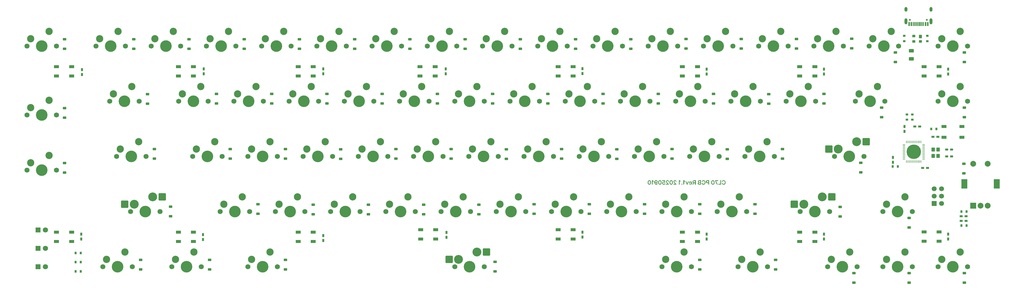
<source format=gbr>
%TF.GenerationSoftware,KiCad,Pcbnew,9.0.2*%
%TF.CreationDate,2025-09-10T16:53:27+09:00*%
%TF.ProjectId,CL70_PCB,434c3730-5f50-4434-922e-6b696361645f,rev?*%
%TF.SameCoordinates,Original*%
%TF.FileFunction,Soldermask,Bot*%
%TF.FilePolarity,Negative*%
%FSLAX46Y46*%
G04 Gerber Fmt 4.6, Leading zero omitted, Abs format (unit mm)*
G04 Created by KiCad (PCBNEW 9.0.2) date 2025-09-10 16:53:27*
%MOMM*%
%LPD*%
G01*
G04 APERTURE LIST*
G04 Aperture macros list*
%AMRoundRect*
0 Rectangle with rounded corners*
0 $1 Rounding radius*
0 $2 $3 $4 $5 $6 $7 $8 $9 X,Y pos of 4 corners*
0 Add a 4 corners polygon primitive as box body*
4,1,4,$2,$3,$4,$5,$6,$7,$8,$9,$2,$3,0*
0 Add four circle primitives for the rounded corners*
1,1,$1+$1,$2,$3*
1,1,$1+$1,$4,$5*
1,1,$1+$1,$6,$7*
1,1,$1+$1,$8,$9*
0 Add four rect primitives between the rounded corners*
20,1,$1+$1,$2,$3,$4,$5,0*
20,1,$1+$1,$4,$5,$6,$7,0*
20,1,$1+$1,$6,$7,$8,$9,0*
20,1,$1+$1,$8,$9,$2,$3,0*%
G04 Aperture macros list end*
%ADD10C,0.000000*%
%ADD11C,1.750000*%
%ADD12C,4.000000*%
%ADD13C,2.500000*%
%ADD14R,1.800000X1.800000*%
%ADD15C,1.800000*%
%ADD16C,3.050000*%
%ADD17RoundRect,0.250000X-1.025000X-1.000000X1.025000X-1.000000X1.025000X1.000000X-1.025000X1.000000X0*%
%ADD18R,2.000000X2.000000*%
%ADD19C,2.000000*%
%ADD20R,2.000000X3.200000*%
%ADD21R,1.000000X0.750000*%
%ADD22R,1.800000X1.000000*%
%ADD23RoundRect,0.225000X0.375000X-0.225000X0.375000X0.225000X-0.375000X0.225000X-0.375000X-0.225000X0*%
%ADD24R,0.750000X1.000000*%
%ADD25R,0.900000X0.800000*%
%ADD26R,1.000000X1.200000*%
%ADD27R,1.000000X0.900000*%
%ADD28R,1.800000X1.100000*%
%ADD29C,1.700000*%
%ADD30R,1.700000X1.700000*%
%ADD31R,0.800000X0.900000*%
%ADD32RoundRect,0.250000X0.350000X-0.450000X0.350000X0.450000X-0.350000X0.450000X-0.350000X-0.450000X0*%
%ADD33C,0.650000*%
%ADD34R,0.600000X1.450000*%
%ADD35R,0.300000X1.450000*%
%ADD36O,1.000000X1.600000*%
%ADD37O,1.000000X2.100000*%
%ADD38C,5.000000*%
%ADD39O,0.250000X1.000000*%
%ADD40O,1.000000X0.250000*%
%ADD41RoundRect,0.250000X0.625000X-0.375000X0.625000X0.375000X-0.625000X0.375000X-0.625000X-0.375000X0*%
G04 APERTURE END LIST*
D10*
%TO.C,G\u002A\u002A\u002A*%
G36*
X282034005Y-158223862D02*
G01*
X282034005Y-158967584D01*
X281573906Y-158967584D01*
X281113807Y-158967584D01*
X281113807Y-158854135D01*
X281113807Y-158740686D01*
X281441549Y-158740686D01*
X281769291Y-158740686D01*
X281769291Y-158110413D01*
X281769291Y-157480140D01*
X281901648Y-157480140D01*
X282034005Y-157480140D01*
X282034005Y-158223862D01*
G37*
G36*
X268523111Y-158674398D02*
G01*
X268571275Y-158699247D01*
X268606790Y-158737932D01*
X268627493Y-158785843D01*
X268631221Y-158838364D01*
X268615813Y-158890884D01*
X268579105Y-158938789D01*
X268550740Y-158961932D01*
X268518221Y-158976514D01*
X268476576Y-158980190D01*
X268465347Y-158979913D01*
X268404000Y-158966263D01*
X268358065Y-158933337D01*
X268329250Y-158882911D01*
X268319266Y-158816760D01*
X268326844Y-158773068D01*
X268354862Y-158724389D01*
X268398577Y-158687826D01*
X268452731Y-158669194D01*
X268464459Y-158668000D01*
X268523111Y-158674398D01*
G37*
G36*
X258593570Y-157599723D02*
G01*
X258776933Y-157719307D01*
X258776933Y-157839227D01*
X258776693Y-157870327D01*
X258775296Y-157916024D01*
X258772932Y-157947455D01*
X258769921Y-157959147D01*
X258764980Y-157956904D01*
X258741897Y-157943560D01*
X258703617Y-157920218D01*
X258653923Y-157889197D01*
X258596596Y-157852818D01*
X258430283Y-157746488D01*
X258427012Y-158357036D01*
X258423741Y-158967584D01*
X258285201Y-158967584D01*
X258146660Y-158967584D01*
X258146660Y-158223862D01*
X258146660Y-157480140D01*
X258278433Y-157480140D01*
X258410206Y-157480140D01*
X258593570Y-157599723D01*
G37*
G36*
X267896399Y-157599723D02*
G01*
X268079762Y-157719307D01*
X268079762Y-157839227D01*
X268079521Y-157870327D01*
X268078125Y-157916024D01*
X268075761Y-157947455D01*
X268072750Y-157959147D01*
X268067809Y-157956904D01*
X268044726Y-157943560D01*
X268006446Y-157920218D01*
X267956752Y-157889197D01*
X267899425Y-157852818D01*
X267733112Y-157746488D01*
X267729841Y-158357036D01*
X267726569Y-158967584D01*
X267588029Y-158967584D01*
X267449489Y-158967584D01*
X267449489Y-158223862D01*
X267449489Y-157480140D01*
X267581262Y-157480140D01*
X267713035Y-157480140D01*
X267896399Y-157599723D01*
G37*
G36*
X269434265Y-157599723D02*
G01*
X269617628Y-157719307D01*
X269617628Y-157839227D01*
X269617387Y-157870327D01*
X269615991Y-157916024D01*
X269613627Y-157947455D01*
X269610616Y-157959147D01*
X269605675Y-157956904D01*
X269582592Y-157943560D01*
X269544312Y-157920218D01*
X269494618Y-157889197D01*
X269437291Y-157852818D01*
X269270978Y-157746488D01*
X269267707Y-158357036D01*
X269264435Y-158967584D01*
X269125895Y-158967584D01*
X268987355Y-158967584D01*
X268987355Y-158223862D01*
X268987355Y-157480140D01*
X269119128Y-157480140D01*
X269250901Y-157480140D01*
X269434265Y-157599723D01*
G37*
G36*
X280962541Y-157593589D02*
G01*
X280962541Y-157707038D01*
X280590680Y-157707038D01*
X280560755Y-157707057D01*
X280469221Y-157707364D01*
X280387362Y-157708007D01*
X280318285Y-157708936D01*
X280265098Y-157710103D01*
X280230907Y-157711458D01*
X280218819Y-157712951D01*
X280219835Y-157715406D01*
X280230002Y-157736233D01*
X280250221Y-157776481D01*
X280279423Y-157834057D01*
X280316541Y-157906867D01*
X280360504Y-157992816D01*
X280410244Y-158089810D01*
X280464693Y-158195756D01*
X280522783Y-158308559D01*
X280545036Y-158351732D01*
X280602767Y-158463736D01*
X280657002Y-158568961D01*
X280706590Y-158665175D01*
X280750380Y-158750144D01*
X280787221Y-158821636D01*
X280815963Y-158877418D01*
X280835454Y-158915257D01*
X280844546Y-158932919D01*
X280862345Y-158967584D01*
X280720210Y-158967249D01*
X280578075Y-158966913D01*
X280259787Y-158343938D01*
X279941499Y-157720963D01*
X279941499Y-157600551D01*
X279941499Y-157480140D01*
X280452020Y-157480140D01*
X280962541Y-157480140D01*
X280962541Y-157593589D01*
G37*
G36*
X270796715Y-157848567D02*
G01*
X270828605Y-157850780D01*
X270840358Y-157854214D01*
X270836940Y-157865514D01*
X270825809Y-157898457D01*
X270807767Y-157950582D01*
X270783652Y-158019507D01*
X270754298Y-158102850D01*
X270720544Y-158198230D01*
X270683226Y-158303264D01*
X270643180Y-158415570D01*
X270446001Y-158967584D01*
X270299650Y-158967584D01*
X270153299Y-158967584D01*
X269961506Y-158428701D01*
X269929752Y-158339359D01*
X269892185Y-158233329D01*
X269857908Y-158136217D01*
X269827786Y-158050494D01*
X269802684Y-157978632D01*
X269783467Y-157923100D01*
X269771002Y-157886369D01*
X269766152Y-157870909D01*
X269766761Y-157864467D01*
X269776061Y-157858179D01*
X269798742Y-157854376D01*
X269838744Y-157852502D01*
X269900004Y-157852001D01*
X270037418Y-157852001D01*
X270162593Y-158255376D01*
X270183981Y-158324017D01*
X270212689Y-158415246D01*
X270238665Y-158496744D01*
X270260973Y-158565636D01*
X270278682Y-158619049D01*
X270290857Y-158654109D01*
X270296566Y-158667942D01*
X270300611Y-158662053D01*
X270311489Y-158635062D01*
X270328024Y-158588793D01*
X270349312Y-158525928D01*
X270374447Y-158449148D01*
X270402525Y-158361134D01*
X270432643Y-158264568D01*
X270559923Y-157852001D01*
X270700141Y-157848437D01*
X270749743Y-157847783D01*
X270796715Y-157848567D01*
G37*
G36*
X277861598Y-158223862D02*
G01*
X277861598Y-158967584D01*
X277729241Y-158967584D01*
X277596884Y-158967584D01*
X277596884Y-158715475D01*
X277596884Y-158463366D01*
X277398348Y-158463216D01*
X277304128Y-158462053D01*
X277225001Y-158457912D01*
X277160717Y-158449852D01*
X277106015Y-158436934D01*
X277055636Y-158418217D01*
X277004319Y-158392760D01*
X276941084Y-158349580D01*
X276874722Y-158278833D01*
X276824727Y-158193201D01*
X276792584Y-158096184D01*
X276779777Y-157991284D01*
X276781864Y-157962810D01*
X277057569Y-157962810D01*
X277063996Y-158043899D01*
X277091510Y-158114839D01*
X277138503Y-158172596D01*
X277203371Y-158214130D01*
X277234321Y-158225046D01*
X277278726Y-158234131D01*
X277338312Y-158240624D01*
X277418081Y-158245250D01*
X277425379Y-158245553D01*
X277485773Y-158247209D01*
X277536317Y-158247139D01*
X277571905Y-158245437D01*
X277587430Y-158242195D01*
X277588251Y-158240341D01*
X277591000Y-158218896D01*
X277593372Y-158177218D01*
X277595233Y-158119194D01*
X277596449Y-158048710D01*
X277596884Y-157969652D01*
X277596884Y-157707038D01*
X277442467Y-157707109D01*
X277382186Y-157708035D01*
X277321922Y-157710759D01*
X277273039Y-157714843D01*
X277242448Y-157719846D01*
X277175560Y-157747724D01*
X277118366Y-157795444D01*
X277079495Y-157860309D01*
X277059388Y-157941788D01*
X277057569Y-157962810D01*
X276781864Y-157962810D01*
X276787788Y-157881999D01*
X276797692Y-157835666D01*
X276836041Y-157733113D01*
X276893492Y-157646168D01*
X276968685Y-157576225D01*
X277060263Y-157524679D01*
X277166867Y-157492922D01*
X277184963Y-157490545D01*
X277230709Y-157487196D01*
X277294337Y-157484332D01*
X277371415Y-157482102D01*
X277457508Y-157480655D01*
X277548182Y-157480140D01*
X277861598Y-157480140D01*
X277861598Y-157969652D01*
X277861598Y-158223862D01*
G37*
G36*
X263621327Y-157474417D02*
G01*
X263718695Y-157506057D01*
X263804983Y-157553195D01*
X263877554Y-157614103D01*
X263933772Y-157687054D01*
X263971002Y-157770320D01*
X263986609Y-157862173D01*
X263989291Y-157927634D01*
X263866168Y-157931244D01*
X263819691Y-157932583D01*
X263778034Y-157932220D01*
X263752737Y-157927013D01*
X263738806Y-157914282D01*
X263731244Y-157891346D01*
X263725057Y-157855524D01*
X263720727Y-157836553D01*
X263692649Y-157780772D01*
X263646788Y-157735442D01*
X263587910Y-157702698D01*
X263520783Y-157684676D01*
X263450172Y-157683510D01*
X263380844Y-157701337D01*
X263334257Y-157725534D01*
X263281318Y-157773090D01*
X263249737Y-157833963D01*
X263239266Y-157908519D01*
X263239597Y-157927645D01*
X263242408Y-157958840D01*
X263249400Y-157988984D01*
X263262135Y-158020126D01*
X263282179Y-158054314D01*
X263311095Y-158093597D01*
X263350446Y-158140024D01*
X263401797Y-158195645D01*
X263466710Y-158262507D01*
X263546750Y-158342661D01*
X263643481Y-158438155D01*
X263983156Y-158772200D01*
X263983072Y-158869892D01*
X263982988Y-158967584D01*
X263466164Y-158967584D01*
X262949340Y-158967584D01*
X262949340Y-158854135D01*
X262949340Y-158740686D01*
X263277082Y-158740686D01*
X263358642Y-158740465D01*
X263438442Y-158739770D01*
X263506270Y-158738673D01*
X263558816Y-158737243D01*
X263592770Y-158735551D01*
X263604824Y-158733668D01*
X263604798Y-158733539D01*
X263595305Y-158722274D01*
X263570297Y-158695786D01*
X263532080Y-158656429D01*
X263482959Y-158606560D01*
X263425239Y-158548535D01*
X263361226Y-158484710D01*
X263265796Y-158388364D01*
X263182008Y-158299487D01*
X263114802Y-158222068D01*
X263062712Y-158153739D01*
X263024268Y-158092130D01*
X262998003Y-158034872D01*
X262982449Y-157979596D01*
X262976139Y-157923933D01*
X262977604Y-157865512D01*
X262996259Y-157768820D01*
X263036880Y-157679548D01*
X263097576Y-157603211D01*
X263176758Y-157541365D01*
X263272839Y-157495565D01*
X263384229Y-157467367D01*
X263403890Y-157464539D01*
X263515513Y-157460002D01*
X263621327Y-157474417D01*
G37*
G36*
X266230657Y-157474417D02*
G01*
X266328025Y-157506057D01*
X266414313Y-157553195D01*
X266486884Y-157614103D01*
X266543102Y-157687054D01*
X266580332Y-157770320D01*
X266595939Y-157862173D01*
X266598621Y-157927634D01*
X266475498Y-157931244D01*
X266429021Y-157932583D01*
X266387364Y-157932220D01*
X266362067Y-157927013D01*
X266348136Y-157914282D01*
X266340574Y-157891346D01*
X266334387Y-157855524D01*
X266330057Y-157836553D01*
X266301980Y-157780772D01*
X266256118Y-157735442D01*
X266197241Y-157702698D01*
X266130113Y-157684676D01*
X266059502Y-157683510D01*
X265990174Y-157701337D01*
X265943587Y-157725534D01*
X265890648Y-157773090D01*
X265859068Y-157833963D01*
X265848596Y-157908519D01*
X265848927Y-157927645D01*
X265851738Y-157958840D01*
X265858730Y-157988984D01*
X265871466Y-158020126D01*
X265891509Y-158054314D01*
X265920425Y-158093597D01*
X265959776Y-158140024D01*
X266011127Y-158195645D01*
X266076040Y-158262507D01*
X266156080Y-158342661D01*
X266252811Y-158438155D01*
X266592486Y-158772200D01*
X266592402Y-158869892D01*
X266592318Y-158967584D01*
X266075494Y-158967584D01*
X265558670Y-158967584D01*
X265558670Y-158854135D01*
X265558670Y-158740686D01*
X265886412Y-158740686D01*
X265967973Y-158740465D01*
X266047772Y-158739770D01*
X266115600Y-158738673D01*
X266168146Y-158737243D01*
X266202100Y-158735551D01*
X266214154Y-158733668D01*
X266214128Y-158733539D01*
X266204635Y-158722274D01*
X266179627Y-158695786D01*
X266141410Y-158656429D01*
X266092289Y-158606560D01*
X266034569Y-158548535D01*
X265970556Y-158484710D01*
X265875126Y-158388364D01*
X265791338Y-158299487D01*
X265724132Y-158222068D01*
X265672042Y-158153739D01*
X265633598Y-158092130D01*
X265607333Y-158034872D01*
X265591779Y-157979596D01*
X265585469Y-157923933D01*
X265586934Y-157865512D01*
X265605589Y-157768820D01*
X265646210Y-157679548D01*
X265706906Y-157603211D01*
X265786088Y-157541365D01*
X265882169Y-157495565D01*
X265993559Y-157467367D01*
X266013220Y-157464539D01*
X266124843Y-157460002D01*
X266230657Y-157474417D01*
G37*
G36*
X273248000Y-158223862D02*
G01*
X273248000Y-158967584D01*
X273115643Y-158967584D01*
X272983286Y-158967584D01*
X272983286Y-158696154D01*
X272983286Y-158424724D01*
X272842741Y-158428288D01*
X272702197Y-158431852D01*
X272559956Y-158696567D01*
X272417715Y-158961281D01*
X272264623Y-158964829D01*
X272260463Y-158964922D01*
X272202965Y-158965416D01*
X272156857Y-158964383D01*
X272126742Y-158962021D01*
X272117220Y-158958526D01*
X272122423Y-158949442D01*
X272144508Y-158910015D01*
X272173351Y-158857640D01*
X272207070Y-158795824D01*
X272243782Y-158728076D01*
X272281603Y-158657903D01*
X272318652Y-158588815D01*
X272353045Y-158524319D01*
X272382899Y-158467924D01*
X272406331Y-158423138D01*
X272421460Y-158393469D01*
X272426401Y-158382426D01*
X272423724Y-158380691D01*
X272405063Y-158369218D01*
X272375621Y-158351417D01*
X272367662Y-158346414D01*
X272315451Y-158304449D01*
X272264936Y-158250470D01*
X272222915Y-158192536D01*
X272196184Y-158138702D01*
X272175129Y-158059686D01*
X272165837Y-157959147D01*
X272447629Y-157959147D01*
X272450474Y-158008616D01*
X272467390Y-158072027D01*
X272501570Y-158121243D01*
X272555345Y-158160626D01*
X272578220Y-158172443D01*
X272602210Y-158181443D01*
X272631021Y-158187607D01*
X272669751Y-158191692D01*
X272723497Y-158194458D01*
X272797355Y-158196665D01*
X272983286Y-158201399D01*
X272983286Y-157953037D01*
X272983286Y-157704674D01*
X272803270Y-157709008D01*
X272745470Y-157710602D01*
X272688111Y-157713210D01*
X272646451Y-157717151D01*
X272615101Y-157723229D01*
X272588671Y-157732246D01*
X272561772Y-157745008D01*
X272516607Y-157774250D01*
X272476939Y-157820617D01*
X272454593Y-157881037D01*
X272447629Y-157959147D01*
X272165837Y-157959147D01*
X272165175Y-157951980D01*
X272176325Y-157848538D01*
X272207467Y-157752477D01*
X272257491Y-157666911D01*
X272325284Y-157594959D01*
X272409737Y-157539737D01*
X272410449Y-157539384D01*
X272448258Y-157522198D01*
X272486701Y-157508615D01*
X272529287Y-157498230D01*
X272579524Y-157490640D01*
X272640923Y-157485440D01*
X272716992Y-157482226D01*
X272811242Y-157480594D01*
X272927182Y-157480140D01*
X273248000Y-157480140D01*
X273248000Y-157953037D01*
X273248000Y-158223862D01*
G37*
G36*
X257812097Y-158228966D02*
G01*
X257811728Y-158312046D01*
X257810220Y-158375773D01*
X257807070Y-158425703D01*
X257801776Y-158467388D01*
X257793835Y-158506383D01*
X257782745Y-158548242D01*
X257768587Y-158593439D01*
X257718035Y-158709138D01*
X257652689Y-158806238D01*
X257573532Y-158883700D01*
X257481550Y-158940487D01*
X257377727Y-158975559D01*
X257332765Y-158983815D01*
X257214277Y-158989998D01*
X257103594Y-158972957D01*
X257002339Y-158933689D01*
X256912135Y-158873190D01*
X256834603Y-158792456D01*
X256771366Y-158692483D01*
X256724048Y-158574267D01*
X256720661Y-158562915D01*
X256692931Y-158437764D01*
X256679090Y-158304978D01*
X256678824Y-158216418D01*
X256950325Y-158216418D01*
X256955331Y-158339800D01*
X256972268Y-158456667D01*
X257001243Y-158560077D01*
X257029536Y-158618500D01*
X257074447Y-158678691D01*
X257127153Y-158724973D01*
X257182384Y-158751770D01*
X257217659Y-158759360D01*
X257292941Y-158759179D01*
X257360676Y-158735237D01*
X257419781Y-158688037D01*
X257469172Y-158618085D01*
X257472653Y-158611573D01*
X257504537Y-158536276D01*
X257526362Y-158449292D01*
X257538895Y-158346521D01*
X257542902Y-158223862D01*
X257536861Y-158084280D01*
X257518269Y-157963736D01*
X257487078Y-157864788D01*
X257443240Y-157787292D01*
X257386710Y-157731098D01*
X257374945Y-157723063D01*
X257308126Y-157693520D01*
X257238891Y-157686720D01*
X257170959Y-157701373D01*
X257108047Y-157736187D01*
X257053872Y-157789873D01*
X257012151Y-157861139D01*
X257005810Y-157876601D01*
X256975673Y-157977876D01*
X256957142Y-158093463D01*
X256950325Y-158216418D01*
X256678824Y-158216418D01*
X256678684Y-158169597D01*
X256691262Y-158036660D01*
X256716370Y-157911207D01*
X256753556Y-157798276D01*
X256802366Y-157702906D01*
X256854413Y-157634274D01*
X256933911Y-157561803D01*
X257023487Y-157508756D01*
X257120024Y-157474939D01*
X257220406Y-157460160D01*
X257321517Y-157464224D01*
X257420240Y-157486937D01*
X257513458Y-157528108D01*
X257598056Y-157587541D01*
X257670918Y-157665045D01*
X257728925Y-157760424D01*
X257740150Y-157784505D01*
X257766303Y-157846810D01*
X257785435Y-157905931D01*
X257798564Y-157967533D01*
X257806706Y-158037280D01*
X257810877Y-158120835D01*
X257812095Y-158223862D01*
X257812097Y-158228966D01*
G37*
G36*
X261442470Y-158228966D02*
G01*
X261442100Y-158312046D01*
X261440592Y-158375773D01*
X261437442Y-158425703D01*
X261432148Y-158467388D01*
X261424207Y-158506383D01*
X261413117Y-158548242D01*
X261398959Y-158593439D01*
X261348407Y-158709138D01*
X261283061Y-158806238D01*
X261203904Y-158883700D01*
X261111922Y-158940487D01*
X261008100Y-158975559D01*
X260963137Y-158983815D01*
X260844649Y-158989998D01*
X260733966Y-158972957D01*
X260632711Y-158933689D01*
X260542507Y-158873190D01*
X260464975Y-158792456D01*
X260401739Y-158692483D01*
X260354420Y-158574267D01*
X260351034Y-158562915D01*
X260323303Y-158437764D01*
X260309462Y-158304978D01*
X260309197Y-158216418D01*
X260580698Y-158216418D01*
X260585703Y-158339800D01*
X260602640Y-158456667D01*
X260631615Y-158560077D01*
X260659908Y-158618500D01*
X260704819Y-158678691D01*
X260757525Y-158724973D01*
X260812757Y-158751770D01*
X260848031Y-158759360D01*
X260923313Y-158759179D01*
X260991048Y-158735237D01*
X261050153Y-158688037D01*
X261099544Y-158618085D01*
X261103025Y-158611573D01*
X261134909Y-158536276D01*
X261156735Y-158449292D01*
X261169267Y-158346521D01*
X261173275Y-158223862D01*
X261167233Y-158084280D01*
X261148641Y-157963736D01*
X261117450Y-157864788D01*
X261073612Y-157787292D01*
X261017082Y-157731098D01*
X261005318Y-157723063D01*
X260938498Y-157693520D01*
X260869263Y-157686720D01*
X260801331Y-157701373D01*
X260738419Y-157736187D01*
X260684244Y-157789873D01*
X260642523Y-157861139D01*
X260636182Y-157876601D01*
X260606045Y-157977876D01*
X260587514Y-158093463D01*
X260580698Y-158216418D01*
X260309197Y-158216418D01*
X260309057Y-158169597D01*
X260321634Y-158036660D01*
X260346743Y-157911207D01*
X260383928Y-157798276D01*
X260432738Y-157702906D01*
X260484785Y-157634274D01*
X260564283Y-157561803D01*
X260653859Y-157508756D01*
X260750396Y-157474939D01*
X260850778Y-157460160D01*
X260951889Y-157464224D01*
X261050612Y-157486937D01*
X261143831Y-157528108D01*
X261228429Y-157587541D01*
X261301290Y-157665045D01*
X261359298Y-157760424D01*
X261370523Y-157784505D01*
X261396675Y-157846810D01*
X261415807Y-157905931D01*
X261428936Y-157967533D01*
X261437078Y-158037280D01*
X261441249Y-158120835D01*
X261442467Y-158223862D01*
X261442470Y-158228966D01*
G37*
G36*
X265350162Y-158228966D02*
G01*
X265349793Y-158312046D01*
X265348284Y-158375773D01*
X265345135Y-158425703D01*
X265339840Y-158467388D01*
X265331900Y-158506383D01*
X265320810Y-158548242D01*
X265306651Y-158593439D01*
X265256099Y-158709138D01*
X265190753Y-158806238D01*
X265111597Y-158883700D01*
X265019615Y-158940487D01*
X264915792Y-158975559D01*
X264870829Y-158983815D01*
X264752341Y-158989998D01*
X264641659Y-158972957D01*
X264540404Y-158933689D01*
X264450199Y-158873190D01*
X264372667Y-158792456D01*
X264309431Y-158692483D01*
X264262112Y-158574267D01*
X264258726Y-158562915D01*
X264230996Y-158437764D01*
X264217154Y-158304978D01*
X264216889Y-158216418D01*
X264488390Y-158216418D01*
X264493396Y-158339800D01*
X264510332Y-158456667D01*
X264539308Y-158560077D01*
X264567600Y-158618500D01*
X264612511Y-158678691D01*
X264665217Y-158724973D01*
X264720449Y-158751770D01*
X264755724Y-158759360D01*
X264831006Y-158759179D01*
X264898741Y-158735237D01*
X264957846Y-158688037D01*
X265007236Y-158618085D01*
X265010717Y-158611573D01*
X265042602Y-158536276D01*
X265064427Y-158449292D01*
X265076960Y-158346521D01*
X265080967Y-158223862D01*
X265074926Y-158084280D01*
X265056333Y-157963736D01*
X265025142Y-157864788D01*
X264981305Y-157787292D01*
X264924774Y-157731098D01*
X264913010Y-157723063D01*
X264846190Y-157693520D01*
X264776956Y-157686720D01*
X264709024Y-157701373D01*
X264646112Y-157736187D01*
X264591936Y-157789873D01*
X264550216Y-157861139D01*
X264543874Y-157876601D01*
X264513738Y-157977876D01*
X264495207Y-158093463D01*
X264488390Y-158216418D01*
X264216889Y-158216418D01*
X264216749Y-158169597D01*
X264229327Y-158036660D01*
X264254435Y-157911207D01*
X264291621Y-157798276D01*
X264340431Y-157702906D01*
X264392477Y-157634274D01*
X264471975Y-157561803D01*
X264561551Y-157508756D01*
X264658088Y-157474939D01*
X264758471Y-157460160D01*
X264859581Y-157464224D01*
X264958304Y-157486937D01*
X265051523Y-157528108D01*
X265136121Y-157587541D01*
X265208982Y-157665045D01*
X265266990Y-157760424D01*
X265278215Y-157784505D01*
X265304367Y-157846810D01*
X265323499Y-157905931D01*
X265336628Y-157967533D01*
X265344770Y-158037280D01*
X265348942Y-158120835D01*
X265350159Y-158223862D01*
X265350162Y-158228966D01*
G37*
G36*
X271989073Y-158289877D02*
G01*
X271999655Y-158412944D01*
X271997157Y-158478196D01*
X271977168Y-158600773D01*
X271937856Y-158709033D01*
X271880029Y-158801832D01*
X271804492Y-158878024D01*
X271712050Y-158936463D01*
X271603510Y-158976005D01*
X271555334Y-158984571D01*
X271475430Y-158988972D01*
X271389518Y-158985196D01*
X271307724Y-158973818D01*
X271240174Y-158955412D01*
X271187268Y-158931589D01*
X271113417Y-158884651D01*
X271052132Y-158828718D01*
X271007562Y-158767829D01*
X270983859Y-158706021D01*
X270975866Y-158665053D01*
X271102047Y-158665053D01*
X271119770Y-158665066D01*
X271171565Y-158665658D01*
X271205024Y-158668013D01*
X271225565Y-158673328D01*
X271238606Y-158682800D01*
X271249568Y-158697623D01*
X271267417Y-158718504D01*
X271315698Y-158749980D01*
X271379082Y-158770569D01*
X271451722Y-158777949D01*
X271524099Y-158770715D01*
X271600334Y-158742900D01*
X271662374Y-158694826D01*
X271679689Y-158672796D01*
X271707385Y-158622457D01*
X271727549Y-158567196D01*
X271735345Y-158518688D01*
X271735345Y-158488941D01*
X271347727Y-158485608D01*
X270960110Y-158482274D01*
X270963045Y-158381430D01*
X270965748Y-158326808D01*
X270969260Y-158299495D01*
X271215202Y-158299495D01*
X271475274Y-158299495D01*
X271497623Y-158299454D01*
X271573296Y-158298678D01*
X271638620Y-158297034D01*
X271689879Y-158294680D01*
X271723360Y-158291775D01*
X271735345Y-158288474D01*
X271734507Y-158282900D01*
X271727584Y-158257675D01*
X271715947Y-158222474D01*
X271685854Y-158162384D01*
X271639022Y-158110530D01*
X271581955Y-158074494D01*
X271518535Y-158054074D01*
X271452647Y-158049068D01*
X271388173Y-158059274D01*
X271328997Y-158084489D01*
X271279001Y-158124512D01*
X271242070Y-158179140D01*
X271222086Y-158248172D01*
X271215202Y-158299495D01*
X270969260Y-158299495D01*
X270977362Y-158236494D01*
X270999079Y-158157620D01*
X271032848Y-158081820D01*
X271040805Y-158067307D01*
X271102255Y-157984515D01*
X271181389Y-157919207D01*
X271277131Y-157872102D01*
X271388401Y-157843923D01*
X271462262Y-157837157D01*
X271572650Y-157845583D01*
X271674514Y-157875724D01*
X271765942Y-157925800D01*
X271845023Y-157994032D01*
X271909846Y-158078642D01*
X271958499Y-158177850D01*
X271988690Y-158288474D01*
X271989073Y-158289877D01*
G37*
G36*
X276064549Y-157472581D02*
G01*
X276149146Y-157491407D01*
X276245393Y-157531233D01*
X276349717Y-157598550D01*
X276439621Y-157685195D01*
X276512431Y-157788974D01*
X276545729Y-157857031D01*
X276584858Y-157976929D01*
X276607350Y-158107273D01*
X276613104Y-158242771D01*
X276602014Y-158378127D01*
X276573978Y-158508047D01*
X276528890Y-158627237D01*
X276524603Y-158635993D01*
X276462007Y-158735055D01*
X276381086Y-158822248D01*
X276286165Y-158894243D01*
X276181569Y-158947709D01*
X276071623Y-158979316D01*
X276064986Y-158980385D01*
X276015168Y-158985136D01*
X275953992Y-158987181D01*
X275893179Y-158986075D01*
X275813939Y-158977916D01*
X275692362Y-158947026D01*
X275583703Y-158895584D01*
X275489575Y-158824906D01*
X275411592Y-158736311D01*
X275351371Y-158631115D01*
X275310523Y-158510636D01*
X275302210Y-158475971D01*
X275438790Y-158475971D01*
X275575371Y-158475971D01*
X275604139Y-158545378D01*
X275626223Y-158589419D01*
X275679711Y-158655112D01*
X275750124Y-158702437D01*
X275836905Y-158731070D01*
X275939498Y-158740686D01*
X275964018Y-158740399D01*
X276014111Y-158736126D01*
X276057398Y-158724373D01*
X276106921Y-158702138D01*
X276135301Y-158686997D01*
X276193282Y-158646119D01*
X276239144Y-158594733D01*
X276280047Y-158525536D01*
X276281012Y-158523625D01*
X276307893Y-158460187D01*
X276325465Y-158392570D01*
X276335005Y-158313964D01*
X276337791Y-158217559D01*
X276332845Y-158122849D01*
X276311388Y-158008843D01*
X276273461Y-157911244D01*
X276219624Y-157831391D01*
X276150439Y-157770618D01*
X276126900Y-157755900D01*
X276059285Y-157724850D01*
X275987040Y-157710250D01*
X275901449Y-157709976D01*
X275840427Y-157718118D01*
X275753624Y-157747010D01*
X275681542Y-157794037D01*
X275626425Y-157857568D01*
X275590517Y-157935971D01*
X275576020Y-157984358D01*
X275439115Y-157984358D01*
X275302210Y-157984358D01*
X275309871Y-157949693D01*
X275314978Y-157928400D01*
X275344387Y-157839140D01*
X275384253Y-157753801D01*
X275430868Y-157679478D01*
X275480524Y-157623264D01*
X275491412Y-157613873D01*
X275559003Y-157566030D01*
X275638444Y-157522968D01*
X275718670Y-157490838D01*
X275772507Y-157477344D01*
X275866417Y-157465536D01*
X275967035Y-157463953D01*
X276064549Y-157472581D01*
G37*
G36*
X283022762Y-157472581D02*
G01*
X283107359Y-157491407D01*
X283203606Y-157531233D01*
X283307930Y-157598550D01*
X283397835Y-157685195D01*
X283470645Y-157788974D01*
X283503943Y-157857031D01*
X283543071Y-157976929D01*
X283565564Y-158107273D01*
X283571317Y-158242771D01*
X283560228Y-158378127D01*
X283532191Y-158508047D01*
X283487103Y-158627237D01*
X283482816Y-158635993D01*
X283420221Y-158735055D01*
X283339300Y-158822248D01*
X283244378Y-158894243D01*
X283139782Y-158947709D01*
X283029837Y-158979316D01*
X283023199Y-158980385D01*
X282973381Y-158985136D01*
X282912205Y-158987181D01*
X282851392Y-158986075D01*
X282772153Y-158977916D01*
X282650576Y-158947026D01*
X282541916Y-158895584D01*
X282447788Y-158824906D01*
X282369806Y-158736311D01*
X282309584Y-158631115D01*
X282268737Y-158510636D01*
X282260423Y-158475971D01*
X282397004Y-158475971D01*
X282533585Y-158475971D01*
X282562352Y-158545378D01*
X282584437Y-158589419D01*
X282637925Y-158655112D01*
X282708337Y-158702437D01*
X282795118Y-158731070D01*
X282897711Y-158740686D01*
X282922231Y-158740399D01*
X282972324Y-158736126D01*
X283015612Y-158724373D01*
X283065135Y-158702138D01*
X283093514Y-158686997D01*
X283151495Y-158646119D01*
X283197357Y-158594733D01*
X283238261Y-158525536D01*
X283239225Y-158523625D01*
X283266106Y-158460187D01*
X283283678Y-158392570D01*
X283293219Y-158313964D01*
X283296005Y-158217559D01*
X283291058Y-158122849D01*
X283269601Y-158008843D01*
X283231674Y-157911244D01*
X283177838Y-157831391D01*
X283108652Y-157770618D01*
X283085113Y-157755900D01*
X283017498Y-157724850D01*
X282945253Y-157710250D01*
X282859663Y-157709976D01*
X282798641Y-157718118D01*
X282711838Y-157747010D01*
X282639756Y-157794037D01*
X282584638Y-157857568D01*
X282548730Y-157935971D01*
X282534233Y-157984358D01*
X282397328Y-157984358D01*
X282260423Y-157984358D01*
X282268085Y-157949693D01*
X282273192Y-157928400D01*
X282302600Y-157839140D01*
X282342467Y-157753801D01*
X282389082Y-157679478D01*
X282438737Y-157623264D01*
X282449626Y-157613873D01*
X282517217Y-157566030D01*
X282596658Y-157522968D01*
X282676884Y-157490838D01*
X282730720Y-157477344D01*
X282824630Y-157465536D01*
X282925248Y-157463953D01*
X283022762Y-157472581D01*
G37*
G36*
X279732988Y-158223862D02*
G01*
X279732991Y-158228966D01*
X279732621Y-158312046D01*
X279731113Y-158375773D01*
X279727963Y-158425703D01*
X279722669Y-158467388D01*
X279714728Y-158506383D01*
X279703639Y-158548242D01*
X279689480Y-158593439D01*
X279638928Y-158709138D01*
X279573582Y-158806238D01*
X279494425Y-158883700D01*
X279402443Y-158940487D01*
X279298621Y-158975559D01*
X279253658Y-158983815D01*
X279135170Y-158989998D01*
X279024487Y-158972957D01*
X278923232Y-158933689D01*
X278833028Y-158873190D01*
X278755496Y-158792456D01*
X278692260Y-158692483D01*
X278644941Y-158574267D01*
X278641555Y-158562915D01*
X278613824Y-158437764D01*
X278599983Y-158304978D01*
X278599721Y-158217559D01*
X278870725Y-158217559D01*
X278871511Y-158267654D01*
X278882267Y-158393150D01*
X278905084Y-158502817D01*
X278939277Y-158595083D01*
X278984163Y-158668378D01*
X279039058Y-158721130D01*
X279103278Y-158751770D01*
X279107555Y-158752926D01*
X279184847Y-158762011D01*
X279254974Y-158747505D01*
X279316942Y-158710227D01*
X279369759Y-158651000D01*
X279412432Y-158570645D01*
X279443967Y-158469982D01*
X279444178Y-158469070D01*
X279455116Y-158400773D01*
X279461665Y-158316035D01*
X279463825Y-158223109D01*
X279461595Y-158130250D01*
X279454976Y-158045710D01*
X279443967Y-157977742D01*
X279442997Y-157973612D01*
X279411412Y-157875910D01*
X279368409Y-157797076D01*
X279315389Y-157738302D01*
X279253754Y-157700778D01*
X279184905Y-157685695D01*
X279110244Y-157694243D01*
X279089198Y-157701089D01*
X279025629Y-157738545D01*
X278971971Y-157797527D01*
X278928939Y-157876479D01*
X278897245Y-157973840D01*
X278877602Y-158088053D01*
X278870725Y-158217559D01*
X278599721Y-158217559D01*
X278599578Y-158169597D01*
X278612156Y-158036660D01*
X278637264Y-157911207D01*
X278674449Y-157798276D01*
X278723259Y-157702906D01*
X278775306Y-157634274D01*
X278854804Y-157561803D01*
X278944380Y-157508756D01*
X279040917Y-157474939D01*
X279141299Y-157460160D01*
X279242410Y-157464224D01*
X279341133Y-157486937D01*
X279434352Y-157528108D01*
X279518950Y-157587541D01*
X279591811Y-157665045D01*
X279649819Y-157760424D01*
X279661044Y-157784505D01*
X279687196Y-157846810D01*
X279706328Y-157905931D01*
X279719457Y-157967533D01*
X279727599Y-158037280D01*
X279731770Y-158120835D01*
X279732979Y-158223109D01*
X279732988Y-158223862D01*
G37*
G36*
X262614563Y-157508502D02*
G01*
X262616547Y-157521305D01*
X262621107Y-157557667D01*
X262627437Y-157612287D01*
X262635123Y-157681226D01*
X262643754Y-157760549D01*
X262652916Y-157846320D01*
X262662195Y-157934602D01*
X262671180Y-158021459D01*
X262679457Y-158102954D01*
X262686614Y-158175152D01*
X262692237Y-158234116D01*
X262695914Y-158275909D01*
X262697231Y-158296595D01*
X262697224Y-158298267D01*
X262695547Y-158310790D01*
X262687623Y-158318568D01*
X262668711Y-158322729D01*
X262634071Y-158324399D01*
X262578962Y-158324706D01*
X262460693Y-158324706D01*
X262411656Y-158275668D01*
X262367065Y-158239641D01*
X262296174Y-158208874D01*
X262211838Y-158198722D01*
X262193693Y-158199153D01*
X262109281Y-158214424D01*
X262037038Y-158249861D01*
X261979600Y-158303161D01*
X261939600Y-158372021D01*
X261919673Y-158454139D01*
X261920233Y-158531484D01*
X261941175Y-158609335D01*
X261981691Y-158674023D01*
X262039643Y-158723172D01*
X262112897Y-158754404D01*
X262199315Y-158765343D01*
X262246834Y-158762038D01*
X262320166Y-158742513D01*
X262381334Y-158707681D01*
X262426383Y-158660100D01*
X262451358Y-158602328D01*
X262459731Y-158564210D01*
X262592697Y-158564210D01*
X262725664Y-158564210D01*
X262717365Y-158617783D01*
X262708519Y-158659305D01*
X262672071Y-158747380D01*
X262614720Y-158824963D01*
X262538662Y-158889985D01*
X262446095Y-158940376D01*
X262339213Y-158974067D01*
X262338375Y-158974249D01*
X262217376Y-158989663D01*
X262103324Y-158983602D01*
X261998036Y-158958001D01*
X261903330Y-158914795D01*
X261821023Y-158855920D01*
X261752933Y-158783311D01*
X261700878Y-158698904D01*
X261666674Y-158604634D01*
X261652139Y-158502437D01*
X261659091Y-158394248D01*
X261689348Y-158282002D01*
X261707130Y-158241366D01*
X261760632Y-158160196D01*
X261830181Y-158093021D01*
X261911968Y-158041107D01*
X262002187Y-158005724D01*
X262097030Y-157988139D01*
X262192690Y-157989621D01*
X262285359Y-158011439D01*
X262371230Y-158054860D01*
X262435822Y-158098327D01*
X262428640Y-158050797D01*
X262425180Y-158025217D01*
X262419407Y-157977879D01*
X262412606Y-157918788D01*
X262405624Y-157855152D01*
X262389790Y-157707038D01*
X262058201Y-157707038D01*
X261726611Y-157707038D01*
X261726611Y-157593589D01*
X261726611Y-157480140D01*
X262167562Y-157480140D01*
X262608513Y-157480140D01*
X262614563Y-157508502D01*
G37*
G36*
X260108263Y-158020902D02*
G01*
X260089320Y-158119530D01*
X260051899Y-158211850D01*
X259996236Y-158294004D01*
X259922567Y-158362133D01*
X259881000Y-158389628D01*
X259801435Y-158426673D01*
X259715175Y-158445464D01*
X259615196Y-158447962D01*
X259526249Y-158438143D01*
X259444175Y-158413285D01*
X259371459Y-158370758D01*
X259301386Y-158307557D01*
X259239684Y-158242770D01*
X259248741Y-158335839D01*
X259254142Y-158380145D01*
X259275021Y-158480467D01*
X259305616Y-158567565D01*
X259344142Y-158635826D01*
X259395039Y-158687983D01*
X259463068Y-158727822D01*
X259539027Y-158749089D01*
X259617070Y-158750208D01*
X259691351Y-158729597D01*
X259712447Y-158718416D01*
X259759490Y-158682255D01*
X259797194Y-158638446D01*
X259818254Y-158594752D01*
X259820723Y-158585945D01*
X259826790Y-158575508D01*
X259839439Y-158569095D01*
X259863328Y-158565728D01*
X259903114Y-158564426D01*
X259963453Y-158564210D01*
X260100987Y-158564210D01*
X260092523Y-158598875D01*
X260089858Y-158609432D01*
X260050104Y-158718980D01*
X259992774Y-158810529D01*
X259918105Y-158883841D01*
X259826334Y-158938679D01*
X259717697Y-158974805D01*
X259650301Y-158985040D01*
X259554840Y-158986772D01*
X259459839Y-158976259D01*
X259376436Y-158954174D01*
X259300968Y-158917766D01*
X259214915Y-158852449D01*
X259140852Y-158767709D01*
X259079727Y-158665556D01*
X259032491Y-158548000D01*
X259000094Y-158417052D01*
X258983486Y-158274721D01*
X258983617Y-158123018D01*
X258989893Y-158043910D01*
X259002456Y-157963630D01*
X259281152Y-157963630D01*
X259281263Y-157972821D01*
X259293185Y-158050143D01*
X259326190Y-158116809D01*
X259382298Y-158177078D01*
X259400297Y-158190945D01*
X259445976Y-158218098D01*
X259489159Y-158235157D01*
X259557315Y-158246264D01*
X259634703Y-158240009D01*
X259704345Y-158210409D01*
X259768657Y-158156786D01*
X259784147Y-158139133D01*
X259825012Y-158071367D01*
X259844583Y-157998960D01*
X259844289Y-157925798D01*
X259825560Y-157855761D01*
X259789824Y-157792734D01*
X259738510Y-157740600D01*
X259673047Y-157703240D01*
X259594865Y-157684539D01*
X259516588Y-157686188D01*
X259439314Y-157708501D01*
X259374328Y-157749898D01*
X259324434Y-157807883D01*
X259292440Y-157879959D01*
X259281152Y-157963630D01*
X259002456Y-157963630D01*
X259008734Y-157923512D01*
X259038876Y-157820036D01*
X259081672Y-157729324D01*
X259138475Y-157647220D01*
X259189510Y-157594230D01*
X259274107Y-157534749D01*
X259370411Y-157492564D01*
X259474393Y-157467843D01*
X259582026Y-157460757D01*
X259689280Y-157471476D01*
X259792126Y-157500171D01*
X259886536Y-157547010D01*
X259968481Y-157612166D01*
X259994528Y-157640493D01*
X260051860Y-157725762D01*
X260089769Y-157820160D01*
X260108491Y-157919826D01*
X260108312Y-157998960D01*
X260108263Y-158020902D01*
G37*
G36*
X275075792Y-158223862D02*
G01*
X275075792Y-158527456D01*
X275075792Y-158967584D01*
X274719185Y-158967584D01*
X274633121Y-158967426D01*
X274536492Y-158966637D01*
X274459635Y-158965059D01*
X274399425Y-158962550D01*
X274352739Y-158958968D01*
X274316454Y-158954172D01*
X274287448Y-158948021D01*
X274219482Y-158925697D01*
X274128310Y-158876699D01*
X274055217Y-158810825D01*
X274001109Y-158728770D01*
X273985707Y-158686564D01*
X273973449Y-158615040D01*
X273971837Y-158541428D01*
X274244882Y-158541428D01*
X274256023Y-158606571D01*
X274289586Y-158663242D01*
X274344718Y-158708491D01*
X274346073Y-158709280D01*
X274365379Y-158718858D01*
X274388065Y-158725873D01*
X274418498Y-158730839D01*
X274461043Y-158734272D01*
X274520067Y-158736686D01*
X274599936Y-158738597D01*
X274811077Y-158742811D01*
X274811077Y-158527456D01*
X274811077Y-158312100D01*
X274630179Y-158312100D01*
X274592780Y-158312340D01*
X274498436Y-158316175D01*
X274424563Y-158325610D01*
X274367865Y-158341838D01*
X274325045Y-158366052D01*
X274292805Y-158399445D01*
X274267850Y-158443211D01*
X274257020Y-158470762D01*
X274244882Y-158541428D01*
X273971837Y-158541428D01*
X273971737Y-158536868D01*
X273980600Y-158461495D01*
X274000069Y-158398368D01*
X274007749Y-158382752D01*
X274060034Y-158308630D01*
X274129178Y-158250539D01*
X274210701Y-158212434D01*
X274226897Y-158207384D01*
X274260639Y-158196119D01*
X274274187Y-158188679D01*
X274270483Y-158182403D01*
X274252465Y-158174631D01*
X274225717Y-158164948D01*
X274210617Y-158160835D01*
X274204152Y-158158039D01*
X274181503Y-158144417D01*
X274149667Y-158123277D01*
X274118266Y-158098107D01*
X274069047Y-158035256D01*
X274039665Y-157957374D01*
X274036216Y-157922730D01*
X274296577Y-157922730D01*
X274314054Y-157983947D01*
X274352718Y-158037113D01*
X274410940Y-158078152D01*
X274431414Y-158087940D01*
X274458004Y-158098165D01*
X274486727Y-158104725D01*
X274523352Y-158108419D01*
X274573646Y-158110048D01*
X274643379Y-158110413D01*
X274811077Y-158110413D01*
X274811077Y-157908726D01*
X274811077Y-157707038D01*
X274642785Y-157707038D01*
X274625650Y-157707089D01*
X274532365Y-157709963D01*
X274460021Y-157718162D01*
X274405191Y-157732952D01*
X274364451Y-157755600D01*
X274334374Y-157787373D01*
X274311537Y-157829537D01*
X274301919Y-157857541D01*
X274296577Y-157922730D01*
X274036216Y-157922730D01*
X274030498Y-157865283D01*
X274032800Y-157817474D01*
X274038501Y-157769653D01*
X274046255Y-157736232D01*
X274048197Y-157731120D01*
X274086310Y-157660723D01*
X274139783Y-157598531D01*
X274201421Y-157553036D01*
X274219679Y-157543371D01*
X274259224Y-157524657D01*
X274299106Y-157509985D01*
X274342878Y-157498879D01*
X274394091Y-157490861D01*
X274456297Y-157485455D01*
X274533049Y-157482185D01*
X274627898Y-157480572D01*
X274744396Y-157480140D01*
X275075792Y-157480140D01*
X275075792Y-157908726D01*
X275075792Y-158223862D01*
G37*
%TD*%
D11*
%TO.C,S45*%
X271145000Y-149225000D03*
D12*
X276225000Y-149225000D03*
D11*
X281305000Y-149225000D03*
D13*
X272415000Y-146685000D03*
X278765000Y-144145000D03*
%TD*%
D11*
%TO.C,S53*%
X185420000Y-168275000D03*
D12*
X190500000Y-168275000D03*
D11*
X195580000Y-168275000D03*
D13*
X186690000Y-165735000D03*
X193040000Y-163195000D03*
%TD*%
D11*
%TO.C,S10*%
X218757500Y-111125000D03*
D12*
X223837500Y-111125000D03*
D11*
X228917500Y-111125000D03*
D13*
X220027500Y-108585000D03*
X226377500Y-106045000D03*
%TD*%
D11*
%TO.C,S9*%
X199707500Y-111125000D03*
D12*
X204787500Y-111125000D03*
D11*
X209867500Y-111125000D03*
D13*
X200977500Y-108585000D03*
X207327500Y-106045000D03*
%TD*%
D11*
%TO.C,S18*%
X42545000Y-134937500D03*
D12*
X47625000Y-134937500D03*
D11*
X52705000Y-134937500D03*
D13*
X43815000Y-132397500D03*
X50165000Y-129857500D03*
%TD*%
D11*
%TO.C,S16*%
X333057500Y-111125000D03*
D12*
X338137500Y-111125000D03*
D11*
X343217500Y-111125000D03*
D13*
X334327500Y-108585000D03*
X340677500Y-106045000D03*
%TD*%
D11*
%TO.C,S35*%
X73501250Y-149225000D03*
D12*
X78581250Y-149225000D03*
D11*
X83661250Y-149225000D03*
D13*
X74771250Y-146685000D03*
X81121250Y-144145000D03*
%TD*%
D11*
%TO.C,S61*%
X68738750Y-187325000D03*
D12*
X73818750Y-187325000D03*
D11*
X78898750Y-187325000D03*
D13*
X70008750Y-184785000D03*
X76358750Y-182245000D03*
%TD*%
D14*
%TO.C,LED1*%
X46355000Y-174625000D03*
D15*
X48895000Y-174625000D03*
%TD*%
D11*
%TO.C,S3*%
X85407500Y-111125000D03*
D12*
X90487500Y-111125000D03*
D11*
X95567500Y-111125000D03*
D13*
X86677500Y-108585000D03*
X93027500Y-106045000D03*
%TD*%
D11*
%TO.C,S64*%
X190182500Y-187325000D03*
D16*
X191452500Y-184785000D03*
D12*
X195262500Y-187325000D03*
D16*
X197802500Y-182245000D03*
D11*
X200342500Y-187325000D03*
D17*
X188177500Y-184785000D03*
X201104500Y-182245000D03*
%TD*%
D11*
%TO.C,S49*%
X109220000Y-168275000D03*
D12*
X114300000Y-168275000D03*
D11*
X119380000Y-168275000D03*
D13*
X110490000Y-165735000D03*
X116840000Y-163195000D03*
%TD*%
D11*
%TO.C,S50*%
X128270000Y-168275000D03*
D12*
X133350000Y-168275000D03*
D11*
X138430000Y-168275000D03*
D13*
X129540000Y-165735000D03*
X135890000Y-163195000D03*
%TD*%
D11*
%TO.C,S1*%
X42545000Y-111125000D03*
D12*
X47625000Y-111125000D03*
D11*
X52705000Y-111125000D03*
D13*
X43815000Y-108585000D03*
X50165000Y-106045000D03*
%TD*%
D11*
%TO.C,S33*%
X356870000Y-130175000D03*
D12*
X361950000Y-130175000D03*
D11*
X367030000Y-130175000D03*
D13*
X358140000Y-127635000D03*
X364490000Y-125095000D03*
%TD*%
D11*
%TO.C,S55*%
X223520000Y-168275000D03*
D12*
X228600000Y-168275000D03*
D11*
X233680000Y-168275000D03*
D13*
X224790000Y-165735000D03*
X231140000Y-163195000D03*
%TD*%
D11*
%TO.C,S60*%
X337820000Y-168275000D03*
D12*
X342900000Y-168275000D03*
D11*
X347980000Y-168275000D03*
D13*
X339090000Y-165735000D03*
X345440000Y-163195000D03*
%TD*%
D11*
%TO.C,S41*%
X194945000Y-149225000D03*
D12*
X200025000Y-149225000D03*
D11*
X205105000Y-149225000D03*
D13*
X196215000Y-146685000D03*
X202565000Y-144145000D03*
%TD*%
D11*
%TO.C,S5*%
X123507500Y-111125000D03*
D12*
X128587500Y-111125000D03*
D11*
X133667500Y-111125000D03*
D13*
X124777500Y-108585000D03*
X131127500Y-106045000D03*
%TD*%
D11*
%TO.C,S47*%
X321151250Y-149225000D03*
D16*
X322421250Y-146685000D03*
D12*
X326231250Y-149225000D03*
D16*
X328771250Y-144145000D03*
D11*
X331311250Y-149225000D03*
D17*
X319146250Y-146685000D03*
X332073250Y-144145000D03*
%TD*%
D11*
%TO.C,S57*%
X261620000Y-168275000D03*
D12*
X266700000Y-168275000D03*
D11*
X271780000Y-168275000D03*
D13*
X262890000Y-165735000D03*
X269240000Y-163195000D03*
%TD*%
D11*
%TO.C,S26*%
X209232500Y-130175000D03*
D12*
X214312500Y-130175000D03*
D11*
X219392500Y-130175000D03*
D13*
X210502500Y-127635000D03*
X216852500Y-125095000D03*
%TD*%
D11*
%TO.C,S43*%
X233045000Y-149225000D03*
D12*
X238125000Y-149225000D03*
D11*
X243205000Y-149225000D03*
D13*
X234315000Y-146685000D03*
X240665000Y-144145000D03*
%TD*%
D11*
%TO.C,S51*%
X147320000Y-168275000D03*
D12*
X152400000Y-168275000D03*
D11*
X157480000Y-168275000D03*
D13*
X148590000Y-165735000D03*
X154940000Y-163195000D03*
%TD*%
D11*
%TO.C,S59*%
X309245000Y-168275000D03*
D16*
X310515000Y-165735000D03*
D12*
X314325000Y-168275000D03*
D16*
X316865000Y-163195000D03*
D11*
X319405000Y-168275000D03*
D17*
X307240000Y-165735000D03*
X320167000Y-163195000D03*
%TD*%
D11*
%TO.C,S4*%
X104457500Y-111125000D03*
D12*
X109537500Y-111125000D03*
D11*
X114617500Y-111125000D03*
D13*
X105727500Y-108585000D03*
X112077500Y-106045000D03*
%TD*%
D11*
%TO.C,S63*%
X118745000Y-187325000D03*
D12*
X123825000Y-187325000D03*
D11*
X128905000Y-187325000D03*
D13*
X120015000Y-184785000D03*
X126365000Y-182245000D03*
%TD*%
D11*
%TO.C,S27*%
X228282500Y-130175000D03*
D12*
X233362500Y-130175000D03*
D11*
X238442500Y-130175000D03*
D13*
X229552500Y-127635000D03*
X235902500Y-125095000D03*
%TD*%
D11*
%TO.C,S58*%
X280670000Y-168275000D03*
D12*
X285750000Y-168275000D03*
D11*
X290830000Y-168275000D03*
D13*
X281940000Y-165735000D03*
X288290000Y-163195000D03*
%TD*%
D11*
%TO.C,S7*%
X161607500Y-111125000D03*
D12*
X166687500Y-111125000D03*
D11*
X171767500Y-111125000D03*
D13*
X162877500Y-108585000D03*
X169227500Y-106045000D03*
%TD*%
D11*
%TO.C,S62*%
X92551250Y-187325000D03*
D12*
X97631250Y-187325000D03*
D11*
X102711250Y-187325000D03*
D13*
X93821250Y-184785000D03*
X100171250Y-182245000D03*
%TD*%
D11*
%TO.C,S14*%
X294957500Y-111125000D03*
D12*
X300037500Y-111125000D03*
D11*
X305117500Y-111125000D03*
D13*
X296227500Y-108585000D03*
X302577500Y-106045000D03*
%TD*%
D11*
%TO.C,S39*%
X156845000Y-149225000D03*
D12*
X161925000Y-149225000D03*
D11*
X167005000Y-149225000D03*
D13*
X158115000Y-146685000D03*
X164465000Y-144145000D03*
%TD*%
D11*
%TO.C,S24*%
X171132500Y-130175000D03*
D12*
X176212500Y-130175000D03*
D11*
X181292500Y-130175000D03*
D13*
X172402500Y-127635000D03*
X178752500Y-125095000D03*
%TD*%
D11*
%TO.C,S54*%
X204470000Y-168275000D03*
D12*
X209550000Y-168275000D03*
D11*
X214630000Y-168275000D03*
D13*
X205740000Y-165735000D03*
X212090000Y-163195000D03*
%TD*%
D11*
%TO.C,S67*%
X318770000Y-187325000D03*
D12*
X323850000Y-187325000D03*
D11*
X328930000Y-187325000D03*
D13*
X320040000Y-184785000D03*
X326390000Y-182245000D03*
%TD*%
D11*
%TO.C,S29*%
X266382500Y-130175000D03*
D12*
X271462500Y-130175000D03*
D11*
X276542500Y-130175000D03*
D13*
X267652500Y-127635000D03*
X274002500Y-125095000D03*
%TD*%
D14*
%TO.C,LED3*%
X46355000Y-187312500D03*
D15*
X48895000Y-187312500D03*
%TD*%
D11*
%TO.C,S25*%
X190182500Y-130175000D03*
D12*
X195262500Y-130175000D03*
D11*
X200342500Y-130175000D03*
D13*
X191452500Y-127635000D03*
X197802500Y-125095000D03*
%TD*%
D11*
%TO.C,S36*%
X99695000Y-149225000D03*
D12*
X104775000Y-149225000D03*
D11*
X109855000Y-149225000D03*
D13*
X100965000Y-146685000D03*
X107315000Y-144145000D03*
%TD*%
D11*
%TO.C,S22*%
X133032500Y-130175000D03*
D12*
X138112500Y-130175000D03*
D11*
X143192500Y-130175000D03*
D13*
X134302500Y-127635000D03*
X140652500Y-125095000D03*
%TD*%
D11*
%TO.C,S66*%
X287813750Y-187325000D03*
D12*
X292893750Y-187325000D03*
D11*
X297973750Y-187325000D03*
D13*
X289083750Y-184785000D03*
X295433750Y-182245000D03*
%TD*%
D11*
%TO.C,S34*%
X42545000Y-153987500D03*
D12*
X47625000Y-153987500D03*
D11*
X52705000Y-153987500D03*
D13*
X43815000Y-151447500D03*
X50165000Y-148907500D03*
%TD*%
D11*
%TO.C,S69*%
X356870000Y-187325000D03*
D12*
X361950000Y-187325000D03*
D11*
X367030000Y-187325000D03*
D13*
X358140000Y-184785000D03*
X364490000Y-182245000D03*
%TD*%
D11*
%TO.C,S28*%
X247332500Y-130175000D03*
D12*
X252412500Y-130175000D03*
D11*
X257492500Y-130175000D03*
D13*
X248602500Y-127635000D03*
X254952500Y-125095000D03*
%TD*%
D11*
%TO.C,S30*%
X285432500Y-130175000D03*
D12*
X290512500Y-130175000D03*
D11*
X295592500Y-130175000D03*
D13*
X286702500Y-127635000D03*
X293052500Y-125095000D03*
%TD*%
D11*
%TO.C,S13*%
X275907500Y-111125000D03*
D12*
X280987500Y-111125000D03*
D11*
X286067500Y-111125000D03*
D13*
X277177500Y-108585000D03*
X283527500Y-106045000D03*
%TD*%
D11*
%TO.C,S23*%
X152082500Y-130175000D03*
D12*
X157162500Y-130175000D03*
D11*
X162242500Y-130175000D03*
D13*
X153352500Y-127635000D03*
X159702500Y-125095000D03*
%TD*%
D11*
%TO.C,S56*%
X242570000Y-168275000D03*
D12*
X247650000Y-168275000D03*
D11*
X252730000Y-168275000D03*
D13*
X243840000Y-165735000D03*
X250190000Y-163195000D03*
%TD*%
D11*
%TO.C,S17*%
X356870000Y-111125000D03*
D12*
X361950000Y-111125000D03*
D11*
X367030000Y-111125000D03*
D13*
X358140000Y-108585000D03*
X364490000Y-106045000D03*
%TD*%
D11*
%TO.C,S31*%
X304482500Y-130175000D03*
D12*
X309562500Y-130175000D03*
D11*
X314642500Y-130175000D03*
D13*
X305752500Y-127635000D03*
X312102500Y-125095000D03*
%TD*%
D11*
%TO.C,S52*%
X166370000Y-168275000D03*
D12*
X171450000Y-168275000D03*
D11*
X176530000Y-168275000D03*
D13*
X167640000Y-165735000D03*
X173990000Y-163195000D03*
%TD*%
D18*
%TO.C,RESW1*%
X368975000Y-166250000D03*
D19*
X373975000Y-166250000D03*
X371475000Y-166250000D03*
D20*
X365875000Y-158750000D03*
X377075000Y-158750000D03*
D19*
X373975000Y-151750000D03*
X368975000Y-151750000D03*
%TD*%
D11*
%TO.C,S46*%
X290195000Y-149225000D03*
D12*
X295275000Y-149225000D03*
D11*
X300355000Y-149225000D03*
D13*
X291465000Y-146685000D03*
X297815000Y-144145000D03*
%TD*%
D11*
%TO.C,S11*%
X237807500Y-111125000D03*
D12*
X242887500Y-111125000D03*
D11*
X247967500Y-111125000D03*
D13*
X239077500Y-108585000D03*
X245427500Y-106045000D03*
%TD*%
D11*
%TO.C,S12*%
X256857500Y-111125000D03*
D12*
X261937500Y-111125000D03*
D11*
X267017500Y-111125000D03*
D13*
X258127500Y-108585000D03*
X264477500Y-106045000D03*
%TD*%
D11*
%TO.C,S48*%
X78263750Y-168275000D03*
D16*
X79533750Y-165735000D03*
D12*
X83343750Y-168275000D03*
D16*
X85883750Y-163195000D03*
D11*
X88423750Y-168275000D03*
D17*
X76258750Y-165735000D03*
X89185750Y-163195000D03*
%TD*%
D11*
%TO.C,S42*%
X213995000Y-149225000D03*
D12*
X219075000Y-149225000D03*
D11*
X224155000Y-149225000D03*
D13*
X215265000Y-146685000D03*
X221615000Y-144145000D03*
%TD*%
D11*
%TO.C,S65*%
X261620000Y-187325000D03*
D12*
X266700000Y-187325000D03*
D11*
X271780000Y-187325000D03*
D13*
X262890000Y-184785000D03*
X269240000Y-182245000D03*
%TD*%
D11*
%TO.C,S68*%
X337820000Y-187325000D03*
D12*
X342900000Y-187325000D03*
D11*
X347980000Y-187325000D03*
D13*
X339090000Y-184785000D03*
X345440000Y-182245000D03*
%TD*%
D11*
%TO.C,S40*%
X175895000Y-149225000D03*
D12*
X180975000Y-149225000D03*
D11*
X186055000Y-149225000D03*
D13*
X177165000Y-146685000D03*
X183515000Y-144145000D03*
%TD*%
D11*
%TO.C,S19*%
X71120000Y-130175000D03*
D12*
X76200000Y-130175000D03*
D11*
X81280000Y-130175000D03*
D13*
X72390000Y-127635000D03*
X78740000Y-125095000D03*
%TD*%
D11*
%TO.C,S6*%
X142557500Y-111125000D03*
D12*
X147637500Y-111125000D03*
D11*
X152717500Y-111125000D03*
D13*
X143827500Y-108585000D03*
X150177500Y-106045000D03*
%TD*%
D11*
%TO.C,S21*%
X113982500Y-130175000D03*
D12*
X119062500Y-130175000D03*
D11*
X124142500Y-130175000D03*
D13*
X115252500Y-127635000D03*
X121602500Y-125095000D03*
%TD*%
D11*
%TO.C,S15*%
X314007500Y-111125000D03*
D12*
X319087500Y-111125000D03*
D11*
X324167500Y-111125000D03*
D13*
X315277500Y-108585000D03*
X321627500Y-106045000D03*
%TD*%
D14*
%TO.C,LED2*%
X46355000Y-180968750D03*
D15*
X48895000Y-180968750D03*
%TD*%
D11*
%TO.C,S20*%
X94932500Y-130175000D03*
D12*
X100012500Y-130175000D03*
D11*
X105092500Y-130175000D03*
D13*
X96202500Y-127635000D03*
X102552500Y-125095000D03*
%TD*%
D11*
%TO.C,S37*%
X118745000Y-149225000D03*
D12*
X123825000Y-149225000D03*
D11*
X128905000Y-149225000D03*
D13*
X120015000Y-146685000D03*
X126365000Y-144145000D03*
%TD*%
D11*
%TO.C,S32*%
X328295000Y-130175000D03*
D12*
X333375000Y-130175000D03*
D11*
X338455000Y-130175000D03*
D13*
X329565000Y-127635000D03*
X335915000Y-125095000D03*
%TD*%
D11*
%TO.C,S8*%
X180657500Y-111125000D03*
D12*
X185737500Y-111125000D03*
D11*
X190817500Y-111125000D03*
D13*
X181927500Y-108585000D03*
X188277500Y-106045000D03*
%TD*%
D11*
%TO.C,S38*%
X137795000Y-149225000D03*
D12*
X142875000Y-149225000D03*
D11*
X147955000Y-149225000D03*
D13*
X139065000Y-146685000D03*
X145415000Y-144145000D03*
%TD*%
D11*
%TO.C,S44*%
X252095000Y-149225000D03*
D12*
X257175000Y-149225000D03*
D11*
X262255000Y-149225000D03*
D13*
X253365000Y-146685000D03*
X259715000Y-144145000D03*
%TD*%
D11*
%TO.C,S2*%
X66357500Y-111125000D03*
D12*
X71437500Y-111125000D03*
D11*
X76517500Y-111125000D03*
D13*
X67627500Y-108585000D03*
X73977500Y-106045000D03*
%TD*%
D21*
%TO.C,C6*%
X353200000Y-153250000D03*
X351500000Y-153250000D03*
%TD*%
D22*
%TO.C,RGB7*%
X94812500Y-121443750D03*
X94812500Y-118243750D03*
X100012500Y-118243750D03*
X100012500Y-121443750D03*
%TD*%
D23*
%TO.C,D8*%
X193675000Y-112043750D03*
X193675000Y-108743750D03*
%TD*%
D22*
%TO.C,RGB16*%
X357187500Y-175337500D03*
X357187500Y-178537500D03*
X351987500Y-178537500D03*
X351987500Y-175337500D03*
%TD*%
%TO.C,RGB14*%
X273843750Y-175418750D03*
X273843750Y-178618750D03*
X268643750Y-178618750D03*
X268643750Y-175418750D03*
%TD*%
D24*
%TO.C,CRGB14*%
X277018750Y-176100000D03*
X277018750Y-177800000D03*
%TD*%
D23*
%TO.C,D58*%
X293687500Y-169068750D03*
X293687500Y-165768750D03*
%TD*%
%TO.C,D49*%
X122237500Y-169068750D03*
X122237500Y-165768750D03*
%TD*%
%TO.C,D60*%
X346868750Y-173831250D03*
X346868750Y-170531250D03*
%TD*%
D21*
%TO.C,C1*%
X350500000Y-138906250D03*
X348800000Y-138906250D03*
%TD*%
D23*
%TO.C,D55*%
X236537500Y-169068750D03*
X236537500Y-165768750D03*
%TD*%
%TO.C,D70*%
X365750000Y-155050000D03*
X365750000Y-151750000D03*
%TD*%
D22*
%TO.C,RGB6*%
X136087500Y-121443750D03*
X136087500Y-118243750D03*
X141287500Y-118243750D03*
X141287500Y-121443750D03*
%TD*%
D23*
%TO.C,D57*%
X274637500Y-169068750D03*
X274637500Y-165768750D03*
%TD*%
%TO.C,D14*%
X307975000Y-111981250D03*
X307975000Y-108681250D03*
%TD*%
%TO.C,D7*%
X174625000Y-112043750D03*
X174625000Y-108743750D03*
%TD*%
D21*
%TO.C,C9*%
X364800000Y-169900000D03*
X366500000Y-169900000D03*
%TD*%
D22*
%TO.C,RGB8*%
X52750000Y-121450000D03*
X52750000Y-118250000D03*
X57950000Y-118250000D03*
X57950000Y-121450000D03*
%TD*%
D23*
%TO.C,D47*%
X330200000Y-154781250D03*
X330200000Y-151481250D03*
%TD*%
%TO.C,D4*%
X117475000Y-112043750D03*
X117475000Y-108743750D03*
%TD*%
D24*
%TO.C,CRGB15*%
X317500000Y-176100000D03*
X317500000Y-177800000D03*
%TD*%
D25*
%TO.C,RC1*%
X346075000Y-136525000D03*
X346075000Y-134725000D03*
%TD*%
D24*
%TO.C,CRGB2*%
X317500000Y-120762500D03*
X317500000Y-119062500D03*
%TD*%
D23*
%TO.C,D27*%
X241300000Y-130968750D03*
X241300000Y-127668750D03*
%TD*%
%TO.C,D26*%
X222250000Y-130968750D03*
X222250000Y-127668750D03*
%TD*%
D25*
%TO.C,RC2*%
X348000000Y-134750000D03*
X348000000Y-136550000D03*
%TD*%
D23*
%TO.C,D20*%
X107950000Y-130968750D03*
X107950000Y-127668750D03*
%TD*%
D26*
%TO.C,U2*%
X350756250Y-107837500D03*
D27*
X350756250Y-109537500D03*
X348456250Y-109537500D03*
X348456250Y-107637500D03*
%TD*%
D21*
%TO.C,C8*%
X366500000Y-171500000D03*
X364800000Y-171500000D03*
%TD*%
D24*
%TO.C,CRGB9*%
X61250000Y-176100000D03*
X61250000Y-177800000D03*
%TD*%
%TO.C,CRGB11*%
X144750000Y-176550000D03*
X144750000Y-178250000D03*
%TD*%
D23*
%TO.C,D5*%
X136525000Y-112043750D03*
X136525000Y-108743750D03*
%TD*%
D24*
%TO.C,CRGB16*%
X360362500Y-176100000D03*
X360362500Y-177800000D03*
%TD*%
D23*
%TO.C,D37*%
X131762500Y-150018750D03*
X131762500Y-146718750D03*
%TD*%
%TO.C,D51*%
X160337500Y-169193750D03*
X160337500Y-165893750D03*
%TD*%
D24*
%TO.C,C4*%
X345281250Y-138906250D03*
X345281250Y-140606250D03*
%TD*%
D23*
%TO.C,D6*%
X155575000Y-112043750D03*
X155575000Y-108743750D03*
%TD*%
%TO.C,D62*%
X105568750Y-188243750D03*
X105568750Y-184943750D03*
%TD*%
%TO.C,D18*%
X55562500Y-135856250D03*
X55562500Y-132556250D03*
%TD*%
D22*
%TO.C,RGB13*%
X230981250Y-174600000D03*
X230981250Y-177800000D03*
X225781250Y-177800000D03*
X225781250Y-174600000D03*
%TD*%
D21*
%TO.C,C3*%
X359800000Y-146843750D03*
X361500000Y-146843750D03*
%TD*%
D23*
%TO.C,D13*%
X288925000Y-111981250D03*
X288925000Y-108681250D03*
%TD*%
D24*
%TO.C,CRGB4*%
X234156250Y-120650000D03*
X234156250Y-118950000D03*
%TD*%
D28*
%TO.C,SW1*%
X365050000Y-138906250D03*
X358850000Y-142606250D03*
X365050000Y-142606250D03*
X358850000Y-138906250D03*
%TD*%
D23*
%TO.C,D50*%
X141287500Y-169193750D03*
X141287500Y-165893750D03*
%TD*%
%TO.C,D43*%
X246062500Y-150081250D03*
X246062500Y-146781250D03*
%TD*%
%TO.C,D59*%
X323056250Y-169987500D03*
X323056250Y-166687500D03*
%TD*%
D21*
%TO.C,C7*%
X356750000Y-142500000D03*
X355050000Y-142500000D03*
%TD*%
D23*
%TO.C,D41*%
X207962500Y-150081250D03*
X207962500Y-146781250D03*
%TD*%
D22*
%TO.C,RGB12*%
X183575000Y-174600000D03*
X183575000Y-177800000D03*
X178375000Y-177800000D03*
X178375000Y-174600000D03*
%TD*%
D23*
%TO.C,D39*%
X169862500Y-150018750D03*
X169862500Y-146718750D03*
%TD*%
D22*
%TO.C,RGB4*%
X225781250Y-121443750D03*
X225781250Y-118243750D03*
X230981250Y-118243750D03*
X230981250Y-121443750D03*
%TD*%
D29*
%TO.C,J1*%
X358000000Y-160460000D03*
X355460000Y-160460000D03*
X358000000Y-163000000D03*
X355460000Y-163000000D03*
X358000000Y-165540000D03*
D30*
X355460000Y-165540000D03*
%TD*%
D22*
%TO.C,RGB2*%
X309125000Y-121443750D03*
X309125000Y-118243750D03*
X314325000Y-118243750D03*
X314325000Y-121443750D03*
%TD*%
D31*
%TO.C,RC8*%
X343000000Y-152750000D03*
X341200000Y-152750000D03*
%TD*%
D23*
%TO.C,D30*%
X298450000Y-131031250D03*
X298450000Y-127731250D03*
%TD*%
%TO.C,D54*%
X217487500Y-169068750D03*
X217487500Y-165768750D03*
%TD*%
%TO.C,D24*%
X184150000Y-130968750D03*
X184150000Y-127668750D03*
%TD*%
%TO.C,D36*%
X112712500Y-150018750D03*
X112712500Y-146718750D03*
%TD*%
D25*
%TO.C,RC7*%
X353137500Y-109425000D03*
X353137500Y-107625000D03*
%TD*%
D23*
%TO.C,D9*%
X212725000Y-112043750D03*
X212725000Y-108743750D03*
%TD*%
%TO.C,D38*%
X150812500Y-150081250D03*
X150812500Y-146781250D03*
%TD*%
%TO.C,D31*%
X317500000Y-130968750D03*
X317500000Y-127668750D03*
%TD*%
D22*
%TO.C,RGB1*%
X351987500Y-121468750D03*
X351987500Y-118268750D03*
X357187500Y-118268750D03*
X357187500Y-121468750D03*
%TD*%
D31*
%TO.C,RLED1*%
X61118750Y-182562500D03*
X59318750Y-182562500D03*
%TD*%
%TO.C,RLED2*%
X61118750Y-185737500D03*
X59318750Y-185737500D03*
%TD*%
D22*
%TO.C,RGB5*%
X178156250Y-121443750D03*
X178156250Y-118243750D03*
X183356250Y-118243750D03*
X183356250Y-121443750D03*
%TD*%
D21*
%TO.C,C2*%
X359843750Y-149225000D03*
X361543750Y-149225000D03*
%TD*%
D23*
%TO.C,D32*%
X337343750Y-135731250D03*
X337343750Y-132431250D03*
%TD*%
%TO.C,D21*%
X127000000Y-130968750D03*
X127000000Y-127668750D03*
%TD*%
%TO.C,D22*%
X146050000Y-130968750D03*
X146050000Y-127668750D03*
%TD*%
%TO.C,D40*%
X188912500Y-150018750D03*
X188912500Y-146718750D03*
%TD*%
D32*
%TO.C,Y1*%
X355193750Y-149043750D03*
X355193750Y-146843750D03*
X356893750Y-146843750D03*
X356893750Y-149043750D03*
%TD*%
D22*
%TO.C,RGB10*%
X100012500Y-175418750D03*
X100012500Y-178618750D03*
X94812500Y-178618750D03*
X94812500Y-175418750D03*
%TD*%
D23*
%TO.C,D53*%
X198437500Y-169193750D03*
X198437500Y-165893750D03*
%TD*%
D22*
%TO.C,RGB3*%
X268643750Y-121443750D03*
X268643750Y-118243750D03*
X273843750Y-118243750D03*
X273843750Y-121443750D03*
%TD*%
D23*
%TO.C,D34*%
X55562500Y-154843750D03*
X55562500Y-151543750D03*
%TD*%
%TO.C,D52*%
X179387500Y-169193750D03*
X179387500Y-165893750D03*
%TD*%
D31*
%TO.C,RC5*%
X364912500Y-168275000D03*
X366712500Y-168275000D03*
%TD*%
D33*
%TO.C,USB1*%
X347160000Y-102055000D03*
X352940000Y-102055000D03*
D34*
X346825000Y-103500000D03*
X347600000Y-103500000D03*
D35*
X348300000Y-103500000D03*
X348800000Y-103500000D03*
X349300000Y-103500000D03*
X349800000Y-103500000D03*
X350300000Y-103500000D03*
X350800000Y-103500000D03*
X351300000Y-103500000D03*
X351800000Y-103500000D03*
D34*
X352500000Y-103500000D03*
X353275000Y-103500000D03*
D36*
X345730000Y-98405000D03*
D37*
X345730000Y-102585000D03*
D36*
X354370000Y-98405000D03*
D37*
X354370000Y-102585000D03*
%TD*%
D23*
%TO.C,D15*%
X327025000Y-111918750D03*
X327025000Y-108618750D03*
%TD*%
D24*
%TO.C,CRGB6*%
X144750000Y-120750000D03*
X144750000Y-119050000D03*
%TD*%
D23*
%TO.C,D44*%
X265112500Y-150018750D03*
X265112500Y-146718750D03*
%TD*%
%TO.C,D19*%
X84137500Y-131031250D03*
X84137500Y-127731250D03*
%TD*%
D24*
%TO.C,CRGB5*%
X187000000Y-120750000D03*
X187000000Y-119050000D03*
%TD*%
D22*
%TO.C,RGB15*%
X314325000Y-175393750D03*
X314325000Y-178593750D03*
X309125000Y-178593750D03*
X309125000Y-175393750D03*
%TD*%
D23*
%TO.C,D12*%
X269875000Y-111981250D03*
X269875000Y-108681250D03*
%TD*%
%TO.C,D69*%
X365918750Y-192881250D03*
X365918750Y-189581250D03*
%TD*%
D24*
%TO.C,CRGB10*%
X103250000Y-176250000D03*
X103250000Y-177950000D03*
%TD*%
D23*
%TO.C,D64*%
X203993750Y-188912500D03*
X203993750Y-185612500D03*
%TD*%
D31*
%TO.C,RC3*%
X354450000Y-139750000D03*
X356250000Y-139750000D03*
%TD*%
%TO.C,RLED3*%
X61118750Y-188912500D03*
X59318750Y-188912500D03*
%TD*%
D24*
%TO.C,CRGB7*%
X103500000Y-120750000D03*
X103500000Y-119050000D03*
%TD*%
D23*
%TO.C,D68*%
X346868750Y-192881250D03*
X346868750Y-189581250D03*
%TD*%
%TO.C,D3*%
X98425000Y-112043750D03*
X98425000Y-108743750D03*
%TD*%
D22*
%TO.C,RGB11*%
X141287500Y-175393750D03*
X141287500Y-178593750D03*
X136087500Y-178593750D03*
X136087500Y-175393750D03*
%TD*%
D23*
%TO.C,D48*%
X92075000Y-169925000D03*
X92075000Y-166625000D03*
%TD*%
%TO.C,D17*%
X365918750Y-116681250D03*
X365918750Y-113381250D03*
%TD*%
%TO.C,D25*%
X203200000Y-130968750D03*
X203200000Y-127668750D03*
%TD*%
%TO.C,D46*%
X303212500Y-150018750D03*
X303212500Y-146718750D03*
%TD*%
%TO.C,D66*%
X300831250Y-188243750D03*
X300831250Y-184943750D03*
%TD*%
%TO.C,D1*%
X55562500Y-112043750D03*
X55562500Y-108743750D03*
%TD*%
%TO.C,D2*%
X79375000Y-112043750D03*
X79375000Y-108743750D03*
%TD*%
D22*
%TO.C,RGB9*%
X57943750Y-175418750D03*
X57943750Y-178618750D03*
X52743750Y-178618750D03*
X52743750Y-175418750D03*
%TD*%
D23*
%TO.C,D11*%
X250825000Y-112043750D03*
X250825000Y-108743750D03*
%TD*%
%TO.C,D61*%
X81756250Y-188243750D03*
X81756250Y-184943750D03*
%TD*%
%TO.C,D33*%
X365918750Y-135731250D03*
X365918750Y-132431250D03*
%TD*%
%TO.C,D56*%
X255587500Y-169068750D03*
X255587500Y-165768750D03*
%TD*%
%TO.C,D28*%
X260350000Y-130968750D03*
X260350000Y-127668750D03*
%TD*%
D24*
%TO.C,CRGB3*%
X277018750Y-120762500D03*
X277018750Y-119062500D03*
%TD*%
%TO.C,CRGB13*%
X234156250Y-175418750D03*
X234156250Y-177118750D03*
%TD*%
D23*
%TO.C,D67*%
X327818750Y-192881250D03*
X327818750Y-189581250D03*
%TD*%
D24*
%TO.C,C5*%
X341312500Y-149550000D03*
X341312500Y-151250000D03*
%TD*%
D23*
%TO.C,D23*%
X165100000Y-130968750D03*
X165100000Y-127668750D03*
%TD*%
%TO.C,D16*%
X342106250Y-116681250D03*
X342106250Y-113381250D03*
%TD*%
%TO.C,D10*%
X231775000Y-112043750D03*
X231775000Y-108743750D03*
%TD*%
%TO.C,D65*%
X274637500Y-188243750D03*
X274637500Y-184943750D03*
%TD*%
D25*
%TO.C,RC6*%
X345200000Y-109425000D03*
X345200000Y-107625000D03*
%TD*%
D23*
%TO.C,D42*%
X227012500Y-150018750D03*
X227012500Y-146718750D03*
%TD*%
%TO.C,D29*%
X279400000Y-130968750D03*
X279400000Y-127668750D03*
%TD*%
D24*
%TO.C,CRGB12*%
X187250000Y-175500000D03*
X187250000Y-177200000D03*
%TD*%
D23*
%TO.C,D63*%
X131762500Y-188243750D03*
X131762500Y-184943750D03*
%TD*%
D24*
%TO.C,CRGB1*%
X360362500Y-120762500D03*
X360362500Y-119062500D03*
%TD*%
D31*
%TO.C,RC4*%
X364912500Y-173100000D03*
X366712500Y-173100000D03*
%TD*%
D23*
%TO.C,D35*%
X86518750Y-150018750D03*
X86518750Y-146718750D03*
%TD*%
D24*
%TO.C,CRGB8*%
X61500000Y-121000000D03*
X61500000Y-119300000D03*
%TD*%
D38*
%TO.C,U1*%
X348456250Y-147637500D03*
D39*
X345956250Y-144237500D03*
X346456250Y-144237500D03*
X346956250Y-144237500D03*
X347456250Y-144237500D03*
X347956250Y-144237500D03*
X348456250Y-144237500D03*
X348956250Y-144237500D03*
X349456250Y-144237500D03*
X349956250Y-144237500D03*
X350456250Y-144237500D03*
X350956250Y-144237500D03*
D40*
X351856250Y-145137500D03*
X351856250Y-145637500D03*
X351856250Y-146137500D03*
X351856250Y-146637500D03*
X351856250Y-147137500D03*
X351856250Y-147637500D03*
X351856250Y-148137500D03*
X351856250Y-148637500D03*
X351856250Y-149137500D03*
X351856250Y-149637500D03*
X351856250Y-150137500D03*
D39*
X350956250Y-151037500D03*
X350456250Y-151037500D03*
X349956250Y-151037500D03*
X349456250Y-151037500D03*
X348956250Y-151037500D03*
X348456250Y-151037500D03*
X347956250Y-151037500D03*
X347456250Y-151037500D03*
X346956250Y-151037500D03*
X346456250Y-151037500D03*
X345956250Y-151037500D03*
D40*
X345056250Y-150137500D03*
X345056250Y-149637500D03*
X345056250Y-149137500D03*
X345056250Y-148637500D03*
X345056250Y-148137500D03*
X345056250Y-147637500D03*
X345056250Y-147137500D03*
X345056250Y-146637500D03*
X345056250Y-146137500D03*
X345056250Y-145637500D03*
X345056250Y-145137500D03*
%TD*%
D23*
%TO.C,D45*%
X284162500Y-150081250D03*
X284162500Y-146781250D03*
%TD*%
D41*
%TO.C,F1*%
X347662500Y-115512500D03*
X347662500Y-112712500D03*
%TD*%
M02*

</source>
